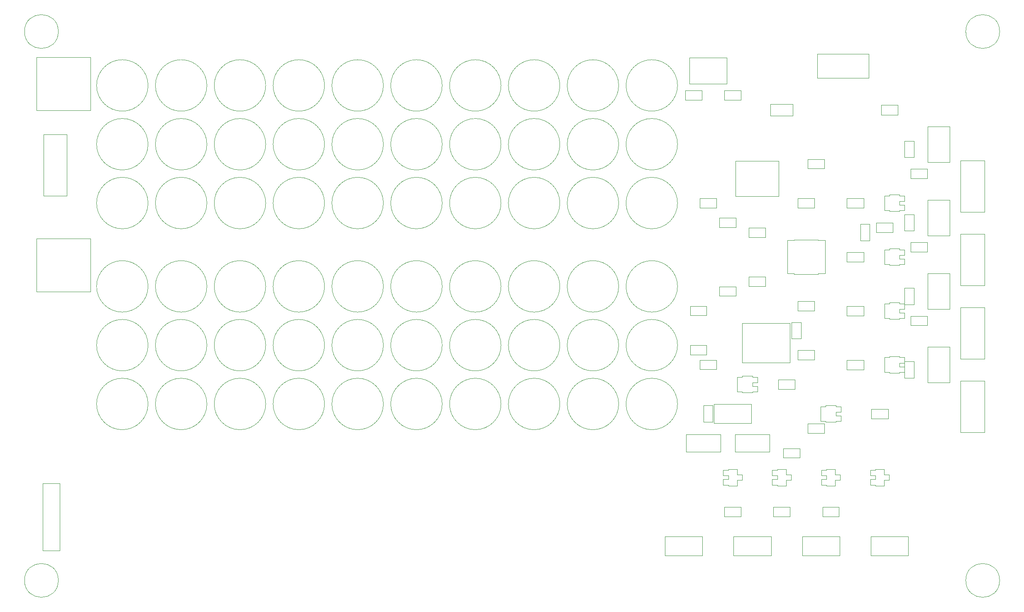
<source format=gbr>
%TF.GenerationSoftware,KiCad,Pcbnew,9.0.7*%
%TF.CreationDate,2026-01-18T22:31:57-08:00*%
%TF.ProjectId,softstart,736f6674-7374-4617-9274-2e6b69636164,B*%
%TF.SameCoordinates,Original*%
%TF.FileFunction,Other,User*%
%FSLAX46Y46*%
G04 Gerber Fmt 4.6, Leading zero omitted, Abs format (unit mm)*
G04 Created by KiCad (PCBNEW 9.0.7) date 2026-01-18 22:31:57*
%MOMM*%
%LPD*%
G01*
G04 APERTURE LIST*
%ADD10C,0.050000*%
G04 APERTURE END LIST*
%TO.C,C1*%
D10*
X186800000Y-83020000D02*
X190200000Y-83020000D01*
X190200000Y-84980000D01*
X186800000Y-84980000D01*
X186800000Y-83020000D01*
%TO.C,C2*%
X206800000Y-83020000D02*
X210200000Y-83020000D01*
X210200000Y-84980000D01*
X206800000Y-84980000D01*
X206800000Y-83020000D01*
%TO.C,C3*%
X196800000Y-89020000D02*
X200200000Y-89020000D01*
X200200000Y-90980000D01*
X196800000Y-90980000D01*
X196800000Y-89020000D01*
%TO.C,C4*%
X196800000Y-99020000D02*
X200200000Y-99020000D01*
X200200000Y-100980000D01*
X196800000Y-100980000D01*
X196800000Y-99020000D01*
%TO.C,C5*%
X221800000Y-126020000D02*
X225200000Y-126020000D01*
X225200000Y-127980000D01*
X221800000Y-127980000D01*
X221800000Y-126020000D01*
%TO.C,C8*%
X201200000Y-63850000D02*
X205800000Y-63850000D01*
X205800000Y-66150000D01*
X201200000Y-66150000D01*
X201200000Y-63850000D01*
%TO.C,C9*%
X223800000Y-64020000D02*
X227200000Y-64020000D01*
X227200000Y-65980000D01*
X223800000Y-65980000D01*
X223800000Y-64020000D01*
%TO.C,C10*%
X216800000Y-83020000D02*
X220200000Y-83020000D01*
X220200000Y-84980000D01*
X216800000Y-84980000D01*
X216800000Y-83020000D01*
%TO.C,C11*%
X216800000Y-94020000D02*
X220200000Y-94020000D01*
X220200000Y-95980000D01*
X216800000Y-95980000D01*
X216800000Y-94020000D01*
%TO.C,C12*%
X216800000Y-105020000D02*
X220200000Y-105020000D01*
X220200000Y-106980000D01*
X216800000Y-106980000D01*
X216800000Y-105020000D01*
%TO.C,C13*%
X216800000Y-116020000D02*
X220200000Y-116020000D01*
X220200000Y-117980000D01*
X216800000Y-117980000D01*
X216800000Y-116020000D01*
%TO.C,C14*%
X222800000Y-88020000D02*
X226200000Y-88020000D01*
X226200000Y-89980000D01*
X222800000Y-89980000D01*
X222800000Y-88020000D01*
%TO.C,C101*%
X74250000Y-60000000D02*
G75*
G02*
X63750000Y-60000000I-5250000J0D01*
G01*
X63750000Y-60000000D02*
G75*
G02*
X74250000Y-60000000I5250000J0D01*
G01*
%TO.C,C102*%
X86250000Y-60000000D02*
G75*
G02*
X75750000Y-60000000I-5250000J0D01*
G01*
X75750000Y-60000000D02*
G75*
G02*
X86250000Y-60000000I5250000J0D01*
G01*
%TO.C,C103*%
X98250000Y-60000000D02*
G75*
G02*
X87750000Y-60000000I-5250000J0D01*
G01*
X87750000Y-60000000D02*
G75*
G02*
X98250000Y-60000000I5250000J0D01*
G01*
%TO.C,C104*%
X110250000Y-60000000D02*
G75*
G02*
X99750000Y-60000000I-5250000J0D01*
G01*
X99750000Y-60000000D02*
G75*
G02*
X110250000Y-60000000I5250000J0D01*
G01*
%TO.C,C105*%
X122250000Y-60000000D02*
G75*
G02*
X111750000Y-60000000I-5250000J0D01*
G01*
X111750000Y-60000000D02*
G75*
G02*
X122250000Y-60000000I5250000J0D01*
G01*
%TO.C,C106*%
X134250000Y-60000000D02*
G75*
G02*
X123750000Y-60000000I-5250000J0D01*
G01*
X123750000Y-60000000D02*
G75*
G02*
X134250000Y-60000000I5250000J0D01*
G01*
%TO.C,C107*%
X146250000Y-60000000D02*
G75*
G02*
X135750000Y-60000000I-5250000J0D01*
G01*
X135750000Y-60000000D02*
G75*
G02*
X146250000Y-60000000I5250000J0D01*
G01*
%TO.C,C108*%
X158250000Y-60000000D02*
G75*
G02*
X147750000Y-60000000I-5250000J0D01*
G01*
X147750000Y-60000000D02*
G75*
G02*
X158250000Y-60000000I5250000J0D01*
G01*
%TO.C,C109*%
X170250000Y-60000000D02*
G75*
G02*
X159750000Y-60000000I-5250000J0D01*
G01*
X159750000Y-60000000D02*
G75*
G02*
X170250000Y-60000000I5250000J0D01*
G01*
%TO.C,C110*%
X182250000Y-60000000D02*
G75*
G02*
X171750000Y-60000000I-5250000J0D01*
G01*
X171750000Y-60000000D02*
G75*
G02*
X182250000Y-60000000I5250000J0D01*
G01*
%TO.C,C111*%
X74250000Y-72000000D02*
G75*
G02*
X63750000Y-72000000I-5250000J0D01*
G01*
X63750000Y-72000000D02*
G75*
G02*
X74250000Y-72000000I5250000J0D01*
G01*
%TO.C,C112*%
X86250000Y-72000000D02*
G75*
G02*
X75750000Y-72000000I-5250000J0D01*
G01*
X75750000Y-72000000D02*
G75*
G02*
X86250000Y-72000000I5250000J0D01*
G01*
%TO.C,C113*%
X98250000Y-72000000D02*
G75*
G02*
X87750000Y-72000000I-5250000J0D01*
G01*
X87750000Y-72000000D02*
G75*
G02*
X98250000Y-72000000I5250000J0D01*
G01*
%TO.C,C114*%
X110250000Y-72000000D02*
G75*
G02*
X99750000Y-72000000I-5250000J0D01*
G01*
X99750000Y-72000000D02*
G75*
G02*
X110250000Y-72000000I5250000J0D01*
G01*
%TO.C,C115*%
X122250000Y-72000000D02*
G75*
G02*
X111750000Y-72000000I-5250000J0D01*
G01*
X111750000Y-72000000D02*
G75*
G02*
X122250000Y-72000000I5250000J0D01*
G01*
%TO.C,C116*%
X134250000Y-72000000D02*
G75*
G02*
X123750000Y-72000000I-5250000J0D01*
G01*
X123750000Y-72000000D02*
G75*
G02*
X134250000Y-72000000I5250000J0D01*
G01*
%TO.C,C117*%
X146250000Y-72000000D02*
G75*
G02*
X135750000Y-72000000I-5250000J0D01*
G01*
X135750000Y-72000000D02*
G75*
G02*
X146250000Y-72000000I5250000J0D01*
G01*
%TO.C,C118*%
X158250000Y-72000000D02*
G75*
G02*
X147750000Y-72000000I-5250000J0D01*
G01*
X147750000Y-72000000D02*
G75*
G02*
X158250000Y-72000000I5250000J0D01*
G01*
%TO.C,C119*%
X170250000Y-72000000D02*
G75*
G02*
X159750000Y-72000000I-5250000J0D01*
G01*
X159750000Y-72000000D02*
G75*
G02*
X170250000Y-72000000I5250000J0D01*
G01*
%TO.C,C120*%
X182250000Y-72000000D02*
G75*
G02*
X171750000Y-72000000I-5250000J0D01*
G01*
X171750000Y-72000000D02*
G75*
G02*
X182250000Y-72000000I5250000J0D01*
G01*
%TO.C,C121*%
X74250000Y-84000000D02*
G75*
G02*
X63750000Y-84000000I-5250000J0D01*
G01*
X63750000Y-84000000D02*
G75*
G02*
X74250000Y-84000000I5250000J0D01*
G01*
%TO.C,C122*%
X86250000Y-84000000D02*
G75*
G02*
X75750000Y-84000000I-5250000J0D01*
G01*
X75750000Y-84000000D02*
G75*
G02*
X86250000Y-84000000I5250000J0D01*
G01*
%TO.C,C123*%
X98250000Y-84000000D02*
G75*
G02*
X87750000Y-84000000I-5250000J0D01*
G01*
X87750000Y-84000000D02*
G75*
G02*
X98250000Y-84000000I5250000J0D01*
G01*
%TO.C,C124*%
X110250000Y-84000000D02*
G75*
G02*
X99750000Y-84000000I-5250000J0D01*
G01*
X99750000Y-84000000D02*
G75*
G02*
X110250000Y-84000000I5250000J0D01*
G01*
%TO.C,C125*%
X122250000Y-84000000D02*
G75*
G02*
X111750000Y-84000000I-5250000J0D01*
G01*
X111750000Y-84000000D02*
G75*
G02*
X122250000Y-84000000I5250000J0D01*
G01*
%TO.C,C126*%
X134250000Y-84000000D02*
G75*
G02*
X123750000Y-84000000I-5250000J0D01*
G01*
X123750000Y-84000000D02*
G75*
G02*
X134250000Y-84000000I5250000J0D01*
G01*
%TO.C,C127*%
X146250000Y-84000000D02*
G75*
G02*
X135750000Y-84000000I-5250000J0D01*
G01*
X135750000Y-84000000D02*
G75*
G02*
X146250000Y-84000000I5250000J0D01*
G01*
%TO.C,C128*%
X158250000Y-84000000D02*
G75*
G02*
X147750000Y-84000000I-5250000J0D01*
G01*
X147750000Y-84000000D02*
G75*
G02*
X158250000Y-84000000I5250000J0D01*
G01*
%TO.C,C129*%
X170250000Y-84000000D02*
G75*
G02*
X159750000Y-84000000I-5250000J0D01*
G01*
X159750000Y-84000000D02*
G75*
G02*
X170250000Y-84000000I5250000J0D01*
G01*
%TO.C,C130*%
X182250000Y-84000000D02*
G75*
G02*
X171750000Y-84000000I-5250000J0D01*
G01*
X171750000Y-84000000D02*
G75*
G02*
X182250000Y-84000000I5250000J0D01*
G01*
%TO.C,C131*%
X74250000Y-101000000D02*
G75*
G02*
X63750000Y-101000000I-5250000J0D01*
G01*
X63750000Y-101000000D02*
G75*
G02*
X74250000Y-101000000I5250000J0D01*
G01*
%TO.C,C132*%
X86250000Y-101000000D02*
G75*
G02*
X75750000Y-101000000I-5250000J0D01*
G01*
X75750000Y-101000000D02*
G75*
G02*
X86250000Y-101000000I5250000J0D01*
G01*
%TO.C,C133*%
X98250000Y-101000000D02*
G75*
G02*
X87750000Y-101000000I-5250000J0D01*
G01*
X87750000Y-101000000D02*
G75*
G02*
X98250000Y-101000000I5250000J0D01*
G01*
%TO.C,C134*%
X110250000Y-101000000D02*
G75*
G02*
X99750000Y-101000000I-5250000J0D01*
G01*
X99750000Y-101000000D02*
G75*
G02*
X110250000Y-101000000I5250000J0D01*
G01*
%TO.C,C135*%
X122250000Y-101000000D02*
G75*
G02*
X111750000Y-101000000I-5250000J0D01*
G01*
X111750000Y-101000000D02*
G75*
G02*
X122250000Y-101000000I5250000J0D01*
G01*
%TO.C,C136*%
X134250000Y-101000000D02*
G75*
G02*
X123750000Y-101000000I-5250000J0D01*
G01*
X123750000Y-101000000D02*
G75*
G02*
X134250000Y-101000000I5250000J0D01*
G01*
%TO.C,C137*%
X146250000Y-101000000D02*
G75*
G02*
X135750000Y-101000000I-5250000J0D01*
G01*
X135750000Y-101000000D02*
G75*
G02*
X146250000Y-101000000I5250000J0D01*
G01*
%TO.C,C138*%
X158250000Y-101000000D02*
G75*
G02*
X147750000Y-101000000I-5250000J0D01*
G01*
X147750000Y-101000000D02*
G75*
G02*
X158250000Y-101000000I5250000J0D01*
G01*
%TO.C,C139*%
X170250000Y-101000000D02*
G75*
G02*
X159750000Y-101000000I-5250000J0D01*
G01*
X159750000Y-101000000D02*
G75*
G02*
X170250000Y-101000000I5250000J0D01*
G01*
%TO.C,C140*%
X182250000Y-101000000D02*
G75*
G02*
X171750000Y-101000000I-5250000J0D01*
G01*
X171750000Y-101000000D02*
G75*
G02*
X182250000Y-101000000I5250000J0D01*
G01*
%TO.C,C141*%
X74250000Y-113000000D02*
G75*
G02*
X63750000Y-113000000I-5250000J0D01*
G01*
X63750000Y-113000000D02*
G75*
G02*
X74250000Y-113000000I5250000J0D01*
G01*
%TO.C,C142*%
X86250000Y-113000000D02*
G75*
G02*
X75750000Y-113000000I-5250000J0D01*
G01*
X75750000Y-113000000D02*
G75*
G02*
X86250000Y-113000000I5250000J0D01*
G01*
%TO.C,C143*%
X98250000Y-113000000D02*
G75*
G02*
X87750000Y-113000000I-5250000J0D01*
G01*
X87750000Y-113000000D02*
G75*
G02*
X98250000Y-113000000I5250000J0D01*
G01*
%TO.C,C144*%
X110250000Y-113000000D02*
G75*
G02*
X99750000Y-113000000I-5250000J0D01*
G01*
X99750000Y-113000000D02*
G75*
G02*
X110250000Y-113000000I5250000J0D01*
G01*
%TO.C,C145*%
X122250000Y-113000000D02*
G75*
G02*
X111750000Y-113000000I-5250000J0D01*
G01*
X111750000Y-113000000D02*
G75*
G02*
X122250000Y-113000000I5250000J0D01*
G01*
%TO.C,C146*%
X134250000Y-113000000D02*
G75*
G02*
X123750000Y-113000000I-5250000J0D01*
G01*
X123750000Y-113000000D02*
G75*
G02*
X134250000Y-113000000I5250000J0D01*
G01*
%TO.C,C147*%
X146250000Y-113000000D02*
G75*
G02*
X135750000Y-113000000I-5250000J0D01*
G01*
X135750000Y-113000000D02*
G75*
G02*
X146250000Y-113000000I5250000J0D01*
G01*
%TO.C,C148*%
X158250000Y-113000000D02*
G75*
G02*
X147750000Y-113000000I-5250000J0D01*
G01*
X147750000Y-113000000D02*
G75*
G02*
X158250000Y-113000000I5250000J0D01*
G01*
%TO.C,C149*%
X170250000Y-113000000D02*
G75*
G02*
X159750000Y-113000000I-5250000J0D01*
G01*
X159750000Y-113000000D02*
G75*
G02*
X170250000Y-113000000I5250000J0D01*
G01*
%TO.C,C150*%
X182250000Y-113000000D02*
G75*
G02*
X171750000Y-113000000I-5250000J0D01*
G01*
X171750000Y-113000000D02*
G75*
G02*
X182250000Y-113000000I5250000J0D01*
G01*
%TO.C,C151*%
X74250000Y-125000000D02*
G75*
G02*
X63750000Y-125000000I-5250000J0D01*
G01*
X63750000Y-125000000D02*
G75*
G02*
X74250000Y-125000000I5250000J0D01*
G01*
%TO.C,C152*%
X86250000Y-125000000D02*
G75*
G02*
X75750000Y-125000000I-5250000J0D01*
G01*
X75750000Y-125000000D02*
G75*
G02*
X86250000Y-125000000I5250000J0D01*
G01*
%TO.C,C153*%
X98250000Y-125000000D02*
G75*
G02*
X87750000Y-125000000I-5250000J0D01*
G01*
X87750000Y-125000000D02*
G75*
G02*
X98250000Y-125000000I5250000J0D01*
G01*
%TO.C,C154*%
X110250000Y-125000000D02*
G75*
G02*
X99750000Y-125000000I-5250000J0D01*
G01*
X99750000Y-125000000D02*
G75*
G02*
X110250000Y-125000000I5250000J0D01*
G01*
%TO.C,C155*%
X122250000Y-125000000D02*
G75*
G02*
X111750000Y-125000000I-5250000J0D01*
G01*
X111750000Y-125000000D02*
G75*
G02*
X122250000Y-125000000I5250000J0D01*
G01*
%TO.C,C156*%
X134250000Y-125000000D02*
G75*
G02*
X123750000Y-125000000I-5250000J0D01*
G01*
X123750000Y-125000000D02*
G75*
G02*
X134250000Y-125000000I5250000J0D01*
G01*
%TO.C,C157*%
X146250000Y-125000000D02*
G75*
G02*
X135750000Y-125000000I-5250000J0D01*
G01*
X135750000Y-125000000D02*
G75*
G02*
X146250000Y-125000000I5250000J0D01*
G01*
%TO.C,C158*%
X158250000Y-125000000D02*
G75*
G02*
X147750000Y-125000000I-5250000J0D01*
G01*
X147750000Y-125000000D02*
G75*
G02*
X158250000Y-125000000I5250000J0D01*
G01*
%TO.C,C159*%
X170250000Y-125000000D02*
G75*
G02*
X159750000Y-125000000I-5250000J0D01*
G01*
X159750000Y-125000000D02*
G75*
G02*
X170250000Y-125000000I5250000J0D01*
G01*
%TO.C,C160*%
X182250000Y-125000000D02*
G75*
G02*
X171750000Y-125000000I-5250000J0D01*
G01*
X171750000Y-125000000D02*
G75*
G02*
X182250000Y-125000000I5250000J0D01*
G01*
%TO.C,D1*%
X233250000Y-75650000D02*
X233250000Y-68350000D01*
X237750000Y-75650000D02*
X233250000Y-75650000D01*
X233250000Y-68350000D02*
X237750000Y-68350000D01*
X237750000Y-68350000D02*
X237750000Y-75650000D01*
%TO.C,D2*%
X233250000Y-90650000D02*
X233250000Y-83350000D01*
X237750000Y-90650000D02*
X233250000Y-90650000D01*
X233250000Y-83350000D02*
X237750000Y-83350000D01*
X237750000Y-83350000D02*
X237750000Y-90650000D01*
%TO.C,D3*%
X233250000Y-105650000D02*
X233250000Y-98350000D01*
X237750000Y-105650000D02*
X233250000Y-105650000D01*
X233250000Y-98350000D02*
X237750000Y-98350000D01*
X237750000Y-98350000D02*
X237750000Y-105650000D01*
%TO.C,D4*%
X233250000Y-120650000D02*
X233250000Y-113350000D01*
X237750000Y-120650000D02*
X233250000Y-120650000D01*
X233250000Y-113350000D02*
X237750000Y-113350000D01*
X237750000Y-113350000D02*
X237750000Y-120650000D01*
%TO.C,D5*%
X184680000Y-54350000D02*
X184680000Y-59650000D01*
X184680000Y-54350000D02*
X192330000Y-54350000D01*
X192330000Y-59650000D02*
X184680000Y-59650000D01*
X192330000Y-59650000D02*
X192330000Y-54350000D01*
%TO.C,D6*%
X184000000Y-131250000D02*
X191000000Y-131250000D01*
X184000000Y-134750000D02*
X184000000Y-131250000D01*
X191000000Y-131250000D02*
X191000000Y-134750000D01*
X191000000Y-134750000D02*
X184000000Y-134750000D01*
%TO.C,D7*%
X194000000Y-131250000D02*
X201000000Y-131250000D01*
X194000000Y-134750000D02*
X194000000Y-131250000D01*
X201000000Y-131250000D02*
X201000000Y-134750000D01*
X201000000Y-134750000D02*
X194000000Y-134750000D01*
%TO.C,D8*%
X191820000Y-61050000D02*
X195180000Y-61050000D01*
X195180000Y-62950000D01*
X191820000Y-62950000D01*
X191820000Y-61050000D01*
%TO.C,J1*%
X51500000Y-54290000D02*
X62500000Y-54290000D01*
X62500000Y-65100000D01*
X51500000Y-65100000D01*
X51500000Y-54290000D01*
%TO.C,J2*%
X51500000Y-91290000D02*
X62500000Y-91290000D01*
X62500000Y-102100000D01*
X51500000Y-102100000D01*
X51500000Y-91290000D01*
%TO.C,J3*%
X52730000Y-141230000D02*
X56270000Y-141230000D01*
X56270000Y-154930000D01*
X52730000Y-154930000D01*
X52730000Y-141230000D01*
%TO.C,Q1*%
X244900000Y-75290000D02*
X240000000Y-75290000D01*
X240000000Y-85790000D01*
X244900000Y-85790000D01*
X244900000Y-75290000D01*
%TO.C,Q2*%
X244900000Y-90290000D02*
X240000000Y-90290000D01*
X240000000Y-100790000D01*
X244900000Y-100790000D01*
X244900000Y-90290000D01*
%TO.C,Q3*%
X244900000Y-105290000D02*
X240000000Y-105290000D01*
X240000000Y-115790000D01*
X244900000Y-115790000D01*
X244900000Y-105290000D01*
%TO.C,Q4*%
X244900000Y-120290000D02*
X240000000Y-120290000D01*
X240000000Y-130790000D01*
X244900000Y-130790000D01*
X244900000Y-120290000D01*
%TO.C,Q5*%
X191570000Y-138500000D02*
X192600000Y-138500000D01*
X191570000Y-139610000D02*
X191570000Y-138500000D01*
X191570000Y-140390000D02*
X192600000Y-140390000D01*
X191570000Y-141500000D02*
X191570000Y-140390000D01*
X192600000Y-138300000D02*
X194400000Y-138300000D01*
X192600000Y-138500000D02*
X192600000Y-138300000D01*
X192600000Y-139610000D02*
X191570000Y-139610000D01*
X192600000Y-140390000D02*
X192600000Y-139610000D01*
X192600000Y-141500000D02*
X191570000Y-141500000D01*
X192600000Y-141700000D02*
X192600000Y-141500000D01*
X194400000Y-138300000D02*
X194400000Y-139450000D01*
X194400000Y-139450000D02*
X195430000Y-139450000D01*
X194400000Y-140550000D02*
X194400000Y-141700000D01*
X194400000Y-141700000D02*
X192600000Y-141700000D01*
X195430000Y-139450000D02*
X195430000Y-140550000D01*
X195430000Y-140550000D02*
X194400000Y-140550000D01*
%TO.C,Q6*%
X201570000Y-138500000D02*
X202600000Y-138500000D01*
X201570000Y-139610000D02*
X201570000Y-138500000D01*
X201570000Y-140390000D02*
X202600000Y-140390000D01*
X201570000Y-141500000D02*
X201570000Y-140390000D01*
X202600000Y-138300000D02*
X204400000Y-138300000D01*
X202600000Y-138500000D02*
X202600000Y-138300000D01*
X202600000Y-139610000D02*
X201570000Y-139610000D01*
X202600000Y-140390000D02*
X202600000Y-139610000D01*
X202600000Y-141500000D02*
X201570000Y-141500000D01*
X202600000Y-141700000D02*
X202600000Y-141500000D01*
X204400000Y-138300000D02*
X204400000Y-139450000D01*
X204400000Y-139450000D02*
X205430000Y-139450000D01*
X204400000Y-140550000D02*
X204400000Y-141700000D01*
X204400000Y-141700000D02*
X202600000Y-141700000D01*
X205430000Y-139450000D02*
X205430000Y-140550000D01*
X205430000Y-140550000D02*
X204400000Y-140550000D01*
%TO.C,Q7*%
X211570000Y-138500000D02*
X212600000Y-138500000D01*
X211570000Y-139610000D02*
X211570000Y-138500000D01*
X211570000Y-140390000D02*
X212600000Y-140390000D01*
X211570000Y-141500000D02*
X211570000Y-140390000D01*
X212600000Y-138300000D02*
X214400000Y-138300000D01*
X212600000Y-138500000D02*
X212600000Y-138300000D01*
X212600000Y-139610000D02*
X211570000Y-139610000D01*
X212600000Y-140390000D02*
X212600000Y-139610000D01*
X212600000Y-141500000D02*
X211570000Y-141500000D01*
X212600000Y-141700000D02*
X212600000Y-141500000D01*
X214400000Y-138300000D02*
X214400000Y-139450000D01*
X214400000Y-139450000D02*
X215430000Y-139450000D01*
X214400000Y-140550000D02*
X214400000Y-141700000D01*
X214400000Y-141700000D02*
X212600000Y-141700000D01*
X215430000Y-139450000D02*
X215430000Y-140550000D01*
X215430000Y-140550000D02*
X214400000Y-140550000D01*
%TO.C,Q8*%
X221570000Y-138500000D02*
X222600000Y-138500000D01*
X221570000Y-139610000D02*
X221570000Y-138500000D01*
X221570000Y-140390000D02*
X222600000Y-140390000D01*
X221570000Y-141500000D02*
X221570000Y-140390000D01*
X222600000Y-138300000D02*
X224400000Y-138300000D01*
X222600000Y-138500000D02*
X222600000Y-138300000D01*
X222600000Y-139610000D02*
X221570000Y-139610000D01*
X222600000Y-140390000D02*
X222600000Y-139610000D01*
X222600000Y-141500000D02*
X221570000Y-141500000D01*
X222600000Y-141700000D02*
X222600000Y-141500000D01*
X224400000Y-138300000D02*
X224400000Y-139450000D01*
X224400000Y-139450000D02*
X225430000Y-139450000D01*
X224400000Y-140550000D02*
X224400000Y-141700000D01*
X224400000Y-141700000D02*
X222600000Y-141700000D01*
X225430000Y-139450000D02*
X225430000Y-140550000D01*
X225430000Y-140550000D02*
X224400000Y-140550000D01*
%TO.C,R1*%
X219550000Y-91680000D02*
X221450000Y-91680000D01*
X221450000Y-88320000D01*
X219550000Y-88320000D01*
X219550000Y-91680000D01*
%TO.C,R2*%
X184820000Y-105050000D02*
X188180000Y-105050000D01*
X188180000Y-106950000D01*
X184820000Y-106950000D01*
X184820000Y-105050000D01*
%TO.C,R3*%
X184820000Y-113050000D02*
X188180000Y-113050000D01*
X188180000Y-114950000D01*
X184820000Y-114950000D01*
X184820000Y-113050000D01*
%TO.C,R4*%
X205550000Y-111680000D02*
X207450000Y-111680000D01*
X207450000Y-108320000D01*
X205550000Y-108320000D01*
X205550000Y-111680000D01*
%TO.C,R5*%
X203820000Y-134050000D02*
X207180000Y-134050000D01*
X207180000Y-135950000D01*
X203820000Y-135950000D01*
X203820000Y-134050000D01*
%TO.C,R6*%
X186820000Y-116050000D02*
X190180000Y-116050000D01*
X190180000Y-117950000D01*
X186820000Y-117950000D01*
X186820000Y-116050000D01*
%TO.C,R7*%
X187550000Y-128680000D02*
X189450000Y-128680000D01*
X189450000Y-125320000D01*
X187550000Y-125320000D01*
X187550000Y-128680000D01*
%TO.C,R8*%
X229820000Y-77050000D02*
X233180000Y-77050000D01*
X233180000Y-78950000D01*
X229820000Y-78950000D01*
X229820000Y-77050000D01*
%TO.C,R9*%
X229820000Y-92050000D02*
X233180000Y-92050000D01*
X233180000Y-93950000D01*
X229820000Y-93950000D01*
X229820000Y-92050000D01*
%TO.C,R10*%
X229820000Y-107050000D02*
X233180000Y-107050000D01*
X233180000Y-108950000D01*
X229820000Y-108950000D01*
X229820000Y-107050000D01*
%TO.C,R11*%
X191820000Y-146050000D02*
X195180000Y-146050000D01*
X195180000Y-147950000D01*
X191820000Y-147950000D01*
X191820000Y-146050000D01*
%TO.C,R12*%
X201820000Y-146050000D02*
X205180000Y-146050000D01*
X205180000Y-147950000D01*
X201820000Y-147950000D01*
X201820000Y-146050000D01*
%TO.C,R13*%
X211820000Y-146050000D02*
X215180000Y-146050000D01*
X215180000Y-147950000D01*
X211820000Y-147950000D01*
X211820000Y-146050000D01*
%TO.C,R14*%
X208820000Y-75050000D02*
X212180000Y-75050000D01*
X212180000Y-76950000D01*
X208820000Y-76950000D01*
X208820000Y-75050000D01*
%TO.C,R15*%
X208820000Y-129050000D02*
X212180000Y-129050000D01*
X212180000Y-130950000D01*
X208820000Y-130950000D01*
X208820000Y-129050000D01*
%TO.C,R16*%
X179670000Y-152070000D02*
X187330000Y-152070000D01*
X187330000Y-155930000D01*
X179670000Y-155930000D01*
X179670000Y-152070000D01*
%TO.C,R17*%
X193670000Y-152070000D02*
X201330000Y-152070000D01*
X201330000Y-155930000D01*
X193670000Y-155930000D01*
X193670000Y-152070000D01*
%TO.C,R18*%
X190820000Y-87050000D02*
X194180000Y-87050000D01*
X194180000Y-88950000D01*
X190820000Y-88950000D01*
X190820000Y-87050000D01*
%TO.C,R19*%
X190820000Y-101050000D02*
X194180000Y-101050000D01*
X194180000Y-102950000D01*
X190820000Y-102950000D01*
X190820000Y-101050000D01*
%TO.C,R20*%
X202820000Y-120050000D02*
X206180000Y-120050000D01*
X206180000Y-121950000D01*
X202820000Y-121950000D01*
X202820000Y-120050000D01*
%TO.C,R21*%
X206820000Y-104050000D02*
X210180000Y-104050000D01*
X210180000Y-105950000D01*
X206820000Y-105950000D01*
X206820000Y-104050000D01*
%TO.C,R22*%
X206820000Y-114050000D02*
X210180000Y-114050000D01*
X210180000Y-115950000D01*
X206820000Y-115950000D01*
X206820000Y-114050000D01*
%TO.C,R23*%
X207670000Y-152070000D02*
X215330000Y-152070000D01*
X215330000Y-155930000D01*
X207670000Y-155930000D01*
X207670000Y-152070000D01*
%TO.C,R24*%
X221670000Y-152070000D02*
X229330000Y-152070000D01*
X229330000Y-155930000D01*
X221670000Y-155930000D01*
X221670000Y-152070000D01*
%TO.C,R25*%
X183820000Y-61050000D02*
X187180000Y-61050000D01*
X187180000Y-62950000D01*
X183820000Y-62950000D01*
X183820000Y-61050000D01*
%TO.C,RV1*%
X52970000Y-82500000D02*
X57670000Y-82500000D01*
X52970000Y-82500000D02*
X52970000Y-70000000D01*
X57670000Y-82500000D02*
X57670000Y-70000000D01*
X52970000Y-70000000D02*
X57670000Y-70000000D01*
%TO.C,R_GB1*%
X228550000Y-74680000D02*
X230450000Y-74680000D01*
X230450000Y-71320000D01*
X228550000Y-71320000D01*
X228550000Y-74680000D01*
%TO.C,R_GB2*%
X228550000Y-89680000D02*
X230450000Y-89680000D01*
X230450000Y-86320000D01*
X228550000Y-86320000D01*
X228550000Y-89680000D01*
%TO.C,R_GB3*%
X228550000Y-104680000D02*
X230450000Y-104680000D01*
X230450000Y-101320000D01*
X228550000Y-101320000D01*
X228550000Y-104680000D01*
%TO.C,R_GB4*%
X228550000Y-119680000D02*
X230450000Y-119680000D01*
X230450000Y-116320000D01*
X228550000Y-116320000D01*
X228550000Y-119680000D01*
%TO.C,R_SHUNT*%
X189670000Y-125070000D02*
X197330000Y-125070000D01*
X197330000Y-128930000D01*
X189670000Y-128930000D01*
X189670000Y-125070000D01*
%TO.C,U1*%
X204650000Y-91620000D02*
X206050000Y-91620000D01*
X204650000Y-98380000D02*
X204650000Y-91620000D01*
X206050000Y-91500000D02*
X210950000Y-91500000D01*
X206050000Y-91620000D02*
X206050000Y-91500000D01*
X206050000Y-98380000D02*
X204650000Y-98380000D01*
X206050000Y-98500000D02*
X206050000Y-98380000D01*
X210950000Y-91500000D02*
X210950000Y-91620000D01*
X210950000Y-91620000D02*
X212350000Y-91620000D01*
X210950000Y-98380000D02*
X210950000Y-98500000D01*
X210950000Y-98500000D02*
X206050000Y-98500000D01*
X212350000Y-91620000D02*
X212350000Y-98380000D01*
X212350000Y-98380000D02*
X210950000Y-98380000D01*
%TO.C,U2*%
X224450000Y-82500000D02*
X225450000Y-82500000D01*
X224450000Y-85500000D02*
X224450000Y-82500000D01*
X225450000Y-82300000D02*
X227550000Y-82300000D01*
X225450000Y-82500000D02*
X225450000Y-82300000D01*
X225450000Y-85500000D02*
X224450000Y-85500000D01*
X225450000Y-85700000D02*
X225450000Y-85500000D01*
X227550000Y-82300000D02*
X227550000Y-82500000D01*
X227550000Y-82500000D02*
X228550000Y-82500000D01*
X227550000Y-83610000D02*
X227550000Y-84390000D01*
X227550000Y-84390000D02*
X228550000Y-84390000D01*
X227550000Y-85500000D02*
X227550000Y-85700000D01*
X227550000Y-85700000D02*
X225450000Y-85700000D01*
X228550000Y-82500000D02*
X228550000Y-83610000D01*
X228550000Y-83610000D02*
X227550000Y-83610000D01*
X228550000Y-84390000D02*
X228550000Y-85500000D01*
X228550000Y-85500000D02*
X227550000Y-85500000D01*
%TO.C,U3*%
X224450000Y-93500000D02*
X225450000Y-93500000D01*
X224450000Y-96500000D02*
X224450000Y-93500000D01*
X225450000Y-93300000D02*
X227550000Y-93300000D01*
X225450000Y-93500000D02*
X225450000Y-93300000D01*
X225450000Y-96500000D02*
X224450000Y-96500000D01*
X225450000Y-96700000D02*
X225450000Y-96500000D01*
X227550000Y-93300000D02*
X227550000Y-93500000D01*
X227550000Y-93500000D02*
X228550000Y-93500000D01*
X227550000Y-94610000D02*
X227550000Y-95390000D01*
X227550000Y-95390000D02*
X228550000Y-95390000D01*
X227550000Y-96500000D02*
X227550000Y-96700000D01*
X227550000Y-96700000D02*
X225450000Y-96700000D01*
X228550000Y-93500000D02*
X228550000Y-94610000D01*
X228550000Y-94610000D02*
X227550000Y-94610000D01*
X228550000Y-95390000D02*
X228550000Y-96500000D01*
X228550000Y-96500000D02*
X227550000Y-96500000D01*
%TO.C,U4*%
X211450000Y-125500000D02*
X212450000Y-125500000D01*
X211450000Y-128500000D02*
X211450000Y-125500000D01*
X212450000Y-125300000D02*
X214550000Y-125300000D01*
X212450000Y-125500000D02*
X212450000Y-125300000D01*
X212450000Y-128500000D02*
X211450000Y-128500000D01*
X212450000Y-128700000D02*
X212450000Y-128500000D01*
X214550000Y-125300000D02*
X214550000Y-125500000D01*
X214550000Y-125500000D02*
X215550000Y-125500000D01*
X214550000Y-126610000D02*
X214550000Y-127390000D01*
X214550000Y-127390000D02*
X215550000Y-127390000D01*
X214550000Y-128500000D02*
X214550000Y-128700000D01*
X214550000Y-128700000D02*
X212450000Y-128700000D01*
X215550000Y-125500000D02*
X215550000Y-126610000D01*
X215550000Y-126610000D02*
X214550000Y-126610000D01*
X215550000Y-127390000D02*
X215550000Y-128500000D01*
X215550000Y-128500000D02*
X214550000Y-128500000D01*
%TO.C,U5*%
X194450000Y-119500000D02*
X195450000Y-119500000D01*
X194450000Y-122500000D02*
X194450000Y-119500000D01*
X195450000Y-119300000D02*
X197550000Y-119300000D01*
X195450000Y-119500000D02*
X195450000Y-119300000D01*
X195450000Y-122500000D02*
X194450000Y-122500000D01*
X195450000Y-122700000D02*
X195450000Y-122500000D01*
X197550000Y-119300000D02*
X197550000Y-119500000D01*
X197550000Y-119500000D02*
X198550000Y-119500000D01*
X197550000Y-120610000D02*
X197550000Y-121390000D01*
X197550000Y-121390000D02*
X198550000Y-121390000D01*
X197550000Y-122500000D02*
X197550000Y-122700000D01*
X197550000Y-122700000D02*
X195450000Y-122700000D01*
X198550000Y-119500000D02*
X198550000Y-120610000D01*
X198550000Y-120610000D02*
X197550000Y-120610000D01*
X198550000Y-121390000D02*
X198550000Y-122500000D01*
X198550000Y-122500000D02*
X197550000Y-122500000D01*
%TO.C,U6*%
X195440000Y-108480000D02*
X205170000Y-108480000D01*
X205170000Y-116600000D01*
X195440000Y-116600000D01*
X195440000Y-108480000D01*
%TO.C,U7*%
X210790000Y-53600000D02*
X221290000Y-53600000D01*
X221290000Y-58500000D01*
X210790000Y-58500000D01*
X210790000Y-53600000D01*
%TO.C,U8*%
X194100000Y-75400000D02*
X194100000Y-82600000D01*
X194100000Y-82600000D02*
X202900000Y-82600000D01*
X202900000Y-75400000D02*
X194100000Y-75400000D01*
X202900000Y-82600000D02*
X202900000Y-75400000D01*
%TO.C,U9*%
X224450000Y-104500000D02*
X225450000Y-104500000D01*
X224450000Y-107500000D02*
X224450000Y-104500000D01*
X225450000Y-104300000D02*
X227550000Y-104300000D01*
X225450000Y-104500000D02*
X225450000Y-104300000D01*
X225450000Y-107500000D02*
X224450000Y-107500000D01*
X225450000Y-107700000D02*
X225450000Y-107500000D01*
X227550000Y-104300000D02*
X227550000Y-104500000D01*
X227550000Y-104500000D02*
X228550000Y-104500000D01*
X227550000Y-105610000D02*
X227550000Y-106390000D01*
X227550000Y-106390000D02*
X228550000Y-106390000D01*
X227550000Y-107500000D02*
X227550000Y-107700000D01*
X227550000Y-107700000D02*
X225450000Y-107700000D01*
X228550000Y-104500000D02*
X228550000Y-105610000D01*
X228550000Y-105610000D02*
X227550000Y-105610000D01*
X228550000Y-106390000D02*
X228550000Y-107500000D01*
X228550000Y-107500000D02*
X227550000Y-107500000D01*
%TO.C,U10*%
X224450000Y-115500000D02*
X225450000Y-115500000D01*
X224450000Y-118500000D02*
X224450000Y-115500000D01*
X225450000Y-115300000D02*
X227550000Y-115300000D01*
X225450000Y-115500000D02*
X225450000Y-115300000D01*
X225450000Y-118500000D02*
X224450000Y-118500000D01*
X225450000Y-118700000D02*
X225450000Y-118500000D01*
X227550000Y-115300000D02*
X227550000Y-115500000D01*
X227550000Y-115500000D02*
X228550000Y-115500000D01*
X227550000Y-116610000D02*
X227550000Y-117390000D01*
X227550000Y-117390000D02*
X228550000Y-117390000D01*
X227550000Y-118500000D02*
X227550000Y-118700000D01*
X227550000Y-118700000D02*
X225450000Y-118700000D01*
X228550000Y-115500000D02*
X228550000Y-116610000D01*
X228550000Y-116610000D02*
X227550000Y-116610000D01*
X228550000Y-117390000D02*
X228550000Y-118500000D01*
X228550000Y-118500000D02*
X227550000Y-118500000D01*
%TO.C,H1*%
X55950000Y-49000000D02*
G75*
G02*
X49050000Y-49000000I-3450000J0D01*
G01*
X49050000Y-49000000D02*
G75*
G02*
X55950000Y-49000000I3450000J0D01*
G01*
%TO.C,H2*%
X247950000Y-49000000D02*
G75*
G02*
X241050000Y-49000000I-3450000J0D01*
G01*
X241050000Y-49000000D02*
G75*
G02*
X247950000Y-49000000I3450000J0D01*
G01*
%TO.C,H3*%
X55950000Y-161000000D02*
G75*
G02*
X49050000Y-161000000I-3450000J0D01*
G01*
X49050000Y-161000000D02*
G75*
G02*
X55950000Y-161000000I3450000J0D01*
G01*
%TO.C,H4*%
X247950000Y-161000000D02*
G75*
G02*
X241050000Y-161000000I-3450000J0D01*
G01*
X241050000Y-161000000D02*
G75*
G02*
X247950000Y-161000000I3450000J0D01*
G01*
%TD*%
M02*

</source>
